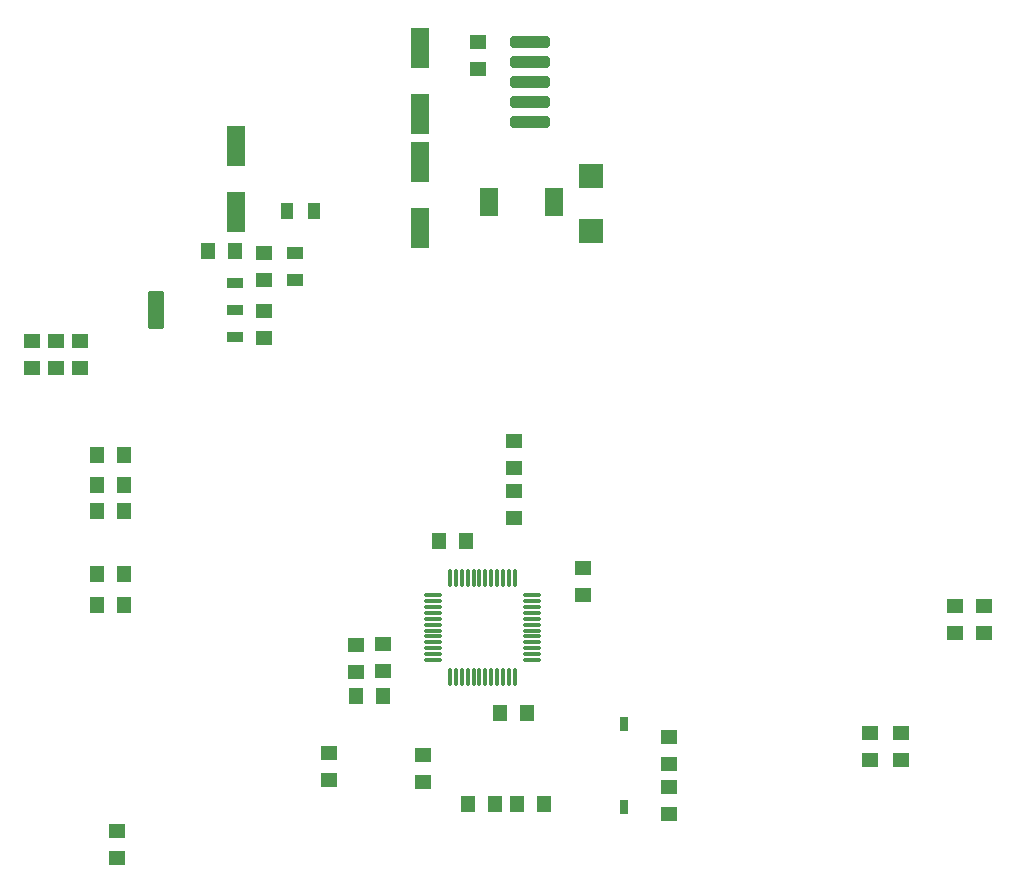
<source format=gtp>
G04*
G04 #@! TF.GenerationSoftware,Altium Limited,Altium Designer,22.2.1 (43)*
G04*
G04 Layer_Color=8421504*
%FSLAX24Y24*%
%MOIN*%
G70*
G04*
G04 #@! TF.SameCoordinates,347B6F40-84C8-4AAD-98B2-BBB097A6B523*
G04*
G04*
G04 #@! TF.FilePolarity,Positive*
G04*
G01*
G75*
%ADD19R,0.0315X0.0472*%
%ADD20R,0.0550X0.0500*%
%ADD21R,0.0500X0.0550*%
%ADD22R,0.0591X0.0945*%
%ADD23R,0.0787X0.0787*%
%ADD24R,0.0550X0.0394*%
%ADD25R,0.0394X0.0550*%
%ADD26R,0.0630X0.1378*%
G04:AMPARAMS|DCode=27|XSize=61.4mil|YSize=11.8mil|CornerRadius=4.1mil|HoleSize=0mil|Usage=FLASHONLY|Rotation=90.000|XOffset=0mil|YOffset=0mil|HoleType=Round|Shape=RoundedRectangle|*
%AMROUNDEDRECTD27*
21,1,0.0614,0.0035,0,0,90.0*
21,1,0.0531,0.0118,0,0,90.0*
1,1,0.0083,0.0018,0.0266*
1,1,0.0083,0.0018,-0.0266*
1,1,0.0083,-0.0018,-0.0266*
1,1,0.0083,-0.0018,0.0266*
%
%ADD27ROUNDEDRECTD27*%
G04:AMPARAMS|DCode=28|XSize=61.4mil|YSize=11.8mil|CornerRadius=4.1mil|HoleSize=0mil|Usage=FLASHONLY|Rotation=180.000|XOffset=0mil|YOffset=0mil|HoleType=Round|Shape=RoundedRectangle|*
%AMROUNDEDRECTD28*
21,1,0.0614,0.0035,0,0,180.0*
21,1,0.0531,0.0118,0,0,180.0*
1,1,0.0083,-0.0266,0.0018*
1,1,0.0083,0.0266,0.0018*
1,1,0.0083,0.0266,-0.0018*
1,1,0.0083,-0.0266,-0.0018*
%
%ADD28ROUNDEDRECTD28*%
G04:AMPARAMS|DCode=29|XSize=127.6mil|YSize=51.6mil|CornerRadius=3.9mil|HoleSize=0mil|Usage=FLASHONLY|Rotation=90.000|XOffset=0mil|YOffset=0mil|HoleType=Round|Shape=RoundedRectangle|*
%AMROUNDEDRECTD29*
21,1,0.1276,0.0438,0,0,90.0*
21,1,0.1198,0.0516,0,0,90.0*
1,1,0.0077,0.0219,0.0599*
1,1,0.0077,0.0219,-0.0599*
1,1,0.0077,-0.0219,-0.0599*
1,1,0.0077,-0.0219,0.0599*
%
%ADD29ROUNDEDRECTD29*%
G04:AMPARAMS|DCode=30|XSize=36.6mil|YSize=51.6mil|CornerRadius=2.7mil|HoleSize=0mil|Usage=FLASHONLY|Rotation=90.000|XOffset=0mil|YOffset=0mil|HoleType=Round|Shape=RoundedRectangle|*
%AMROUNDEDRECTD30*
21,1,0.0366,0.0461,0,0,90.0*
21,1,0.0311,0.0516,0,0,90.0*
1,1,0.0055,0.0230,0.0156*
1,1,0.0055,0.0230,-0.0156*
1,1,0.0055,-0.0230,-0.0156*
1,1,0.0055,-0.0230,0.0156*
%
%ADD30ROUNDEDRECTD30*%
G04:AMPARAMS|DCode=31|XSize=39.4mil|YSize=133.9mil|CornerRadius=9.8mil|HoleSize=0mil|Usage=FLASHONLY|Rotation=270.000|XOffset=0mil|YOffset=0mil|HoleType=Round|Shape=RoundedRectangle|*
%AMROUNDEDRECTD31*
21,1,0.0394,0.1142,0,0,270.0*
21,1,0.0197,0.1339,0,0,270.0*
1,1,0.0197,-0.0571,-0.0098*
1,1,0.0197,-0.0571,0.0098*
1,1,0.0197,0.0571,0.0098*
1,1,0.0197,0.0571,-0.0098*
%
%ADD31ROUNDEDRECTD31*%
G54D19*
X21496Y9921D02*
D03*
Y7165D02*
D03*
G54D20*
X9488Y24730D02*
D03*
Y25630D02*
D03*
X13465Y11715D02*
D03*
Y12615D02*
D03*
X20118Y15135D02*
D03*
Y14235D02*
D03*
X12559Y11676D02*
D03*
Y12576D02*
D03*
X33504Y13875D02*
D03*
Y12975D02*
D03*
X17835Y16794D02*
D03*
Y17694D02*
D03*
X30709Y8723D02*
D03*
Y9623D02*
D03*
X22992Y9505D02*
D03*
Y8605D02*
D03*
X4582Y5457D02*
D03*
Y6357D02*
D03*
X29685Y8723D02*
D03*
Y9623D02*
D03*
X32520Y13875D02*
D03*
Y12975D02*
D03*
X22992Y6929D02*
D03*
Y7829D02*
D03*
X14803Y8915D02*
D03*
Y8015D02*
D03*
X1772Y21794D02*
D03*
Y22694D02*
D03*
X11654Y8954D02*
D03*
Y8054D02*
D03*
X3346Y21794D02*
D03*
Y22694D02*
D03*
X9488Y22818D02*
D03*
Y23718D02*
D03*
X2559Y21794D02*
D03*
Y22694D02*
D03*
X16614Y31755D02*
D03*
Y32655D02*
D03*
X17835Y19370D02*
D03*
Y18470D02*
D03*
G54D21*
X18245Y10315D02*
D03*
X17345D02*
D03*
X15337Y16024D02*
D03*
X16237D02*
D03*
X4820Y18898D02*
D03*
X3920D02*
D03*
X4820Y17047D02*
D03*
X3920D02*
D03*
Y13898D02*
D03*
X4820D02*
D03*
X3920Y14921D02*
D03*
X4820D02*
D03*
Y17913D02*
D03*
X3920D02*
D03*
X13442Y10866D02*
D03*
X12542D02*
D03*
X18836Y7283D02*
D03*
X17936D02*
D03*
X7621Y25709D02*
D03*
X8521D02*
D03*
X16282Y7283D02*
D03*
X17182D02*
D03*
G54D22*
X19154Y27323D02*
D03*
X16988D02*
D03*
G54D23*
X20394Y28209D02*
D03*
Y26358D02*
D03*
G54D24*
X10512Y24747D02*
D03*
Y25647D02*
D03*
G54D25*
X10259Y27047D02*
D03*
X11159D02*
D03*
G54D26*
X14685Y28661D02*
D03*
Y26457D02*
D03*
Y30276D02*
D03*
Y32480D02*
D03*
X8543Y29213D02*
D03*
Y27008D02*
D03*
G54D27*
X15689Y11504D02*
D03*
X15886D02*
D03*
X16083D02*
D03*
X16280D02*
D03*
X16476D02*
D03*
X16673D02*
D03*
X16870D02*
D03*
X17067D02*
D03*
X17264D02*
D03*
X17461D02*
D03*
X17657D02*
D03*
X17854D02*
D03*
Y14795D02*
D03*
X17657D02*
D03*
X17461D02*
D03*
X17264D02*
D03*
X17067D02*
D03*
X16870D02*
D03*
X16673D02*
D03*
X16476D02*
D03*
X16280D02*
D03*
X16083D02*
D03*
X15886D02*
D03*
X15689D02*
D03*
G54D28*
X18417Y12067D02*
D03*
Y12264D02*
D03*
Y12461D02*
D03*
Y12657D02*
D03*
Y12854D02*
D03*
Y13051D02*
D03*
Y13248D02*
D03*
Y13445D02*
D03*
Y13642D02*
D03*
Y13839D02*
D03*
Y14035D02*
D03*
Y14232D02*
D03*
X15126D02*
D03*
Y14035D02*
D03*
Y13839D02*
D03*
Y13642D02*
D03*
Y13445D02*
D03*
Y13248D02*
D03*
Y13051D02*
D03*
Y12854D02*
D03*
Y12657D02*
D03*
Y12461D02*
D03*
Y12264D02*
D03*
Y12067D02*
D03*
G54D29*
X5888Y23740D02*
D03*
G54D30*
X8522Y24642D02*
D03*
Y23740D02*
D03*
Y22839D02*
D03*
G54D31*
X18359Y30007D02*
D03*
Y31346D02*
D03*
Y30677D02*
D03*
Y32015D02*
D03*
Y32685D02*
D03*
M02*

</source>
